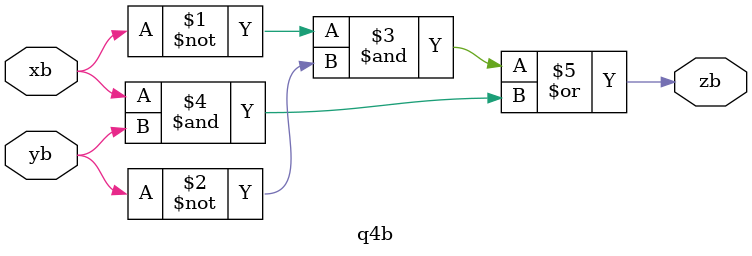
<source format=v>
module top_module (input x, input y, output z);
    wire z1,z2,z3,z4;
    q4a instance1(x,y,z1);
    q4b instance2(x,y,z2);
    q4a instance3(x,y,z3);
    q4b instance4(x,y,z4);
    assign z = (z1|z2)^(z3&z4);
endmodule

module q4a (input xa, input ya, output za);
    assign za = (xa^ya)&xa;
endmodule

module q4b (input xb, input yb, output zb);
    assign zb = (~xb&~yb)|(xb&yb);
endmodule
</source>
